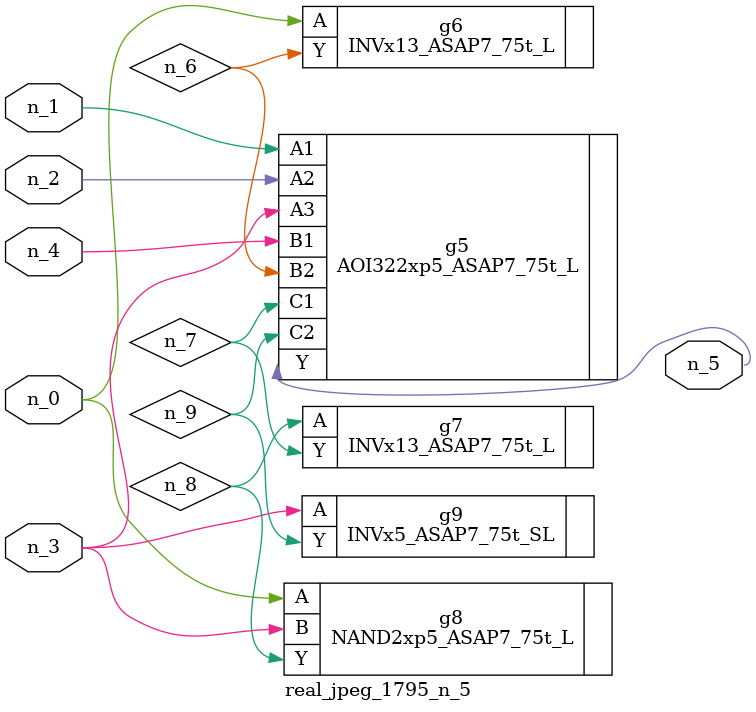
<source format=v>
module real_jpeg_1795_n_5 (n_4, n_0, n_1, n_2, n_3, n_5);

input n_4;
input n_0;
input n_1;
input n_2;
input n_3;

output n_5;

wire n_8;
wire n_6;
wire n_7;
wire n_9;

INVx13_ASAP7_75t_L g6 ( 
.A(n_0),
.Y(n_6)
);

NAND2xp5_ASAP7_75t_L g8 ( 
.A(n_0),
.B(n_3),
.Y(n_8)
);

AOI322xp5_ASAP7_75t_L g5 ( 
.A1(n_1),
.A2(n_2),
.A3(n_3),
.B1(n_4),
.B2(n_6),
.C1(n_7),
.C2(n_9),
.Y(n_5)
);

INVx5_ASAP7_75t_SL g9 ( 
.A(n_3),
.Y(n_9)
);

INVx13_ASAP7_75t_L g7 ( 
.A(n_8),
.Y(n_7)
);


endmodule
</source>
